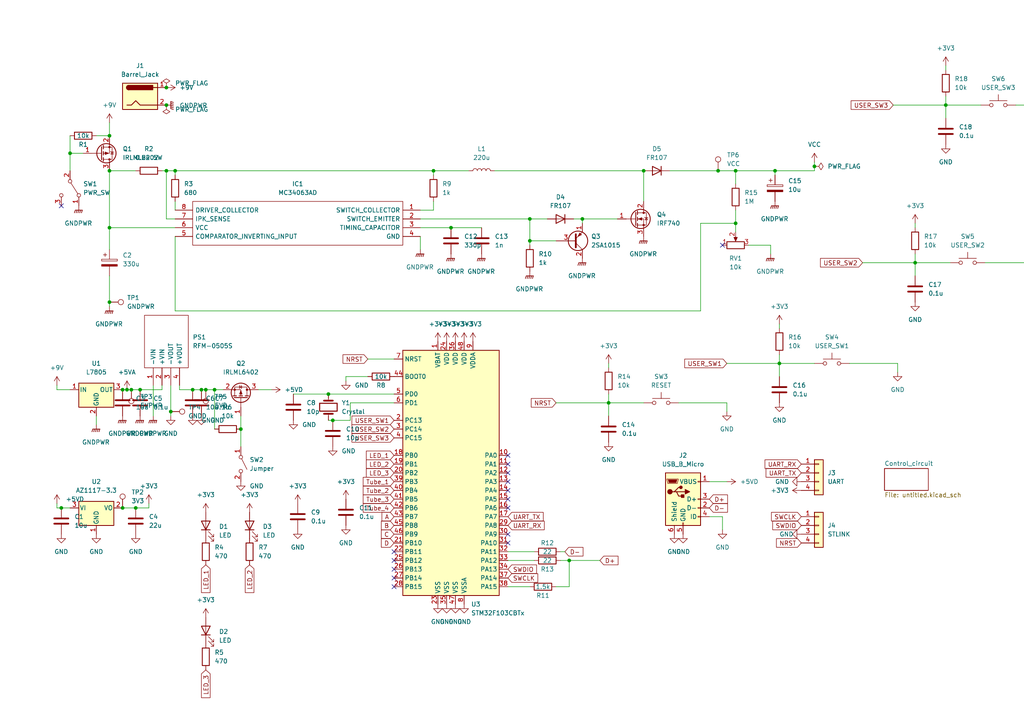
<source format=kicad_sch>
(kicad_sch (version 20211123) (generator eeschema)
  (paper "A4")
  (junction (at 38.1 113.03))
  (junction (at 265.43 76.2))
  (junction (at 35.56 113.03))
  (junction (at 50.8 49.53))
  (junction (at 95.25 114.3))
  (junction (at 48.26 30.48))
  (junction (at 31.75 66.04))
  (junction (at 48.26 49.53))
  (junction (at 48.26 25.4))
  (junction (at 17.78 147.32))
  (junction (at 168.91 63.5))
  (junction (at 36.83 113.03))
  (junction (at 153.67 63.5))
  (junction (at 62.23 113.03))
  (junction (at 226.06 105.41))
  (junction (at 58.42 113.03))
  (junction (at 31.75 87.63))
  (junction (at 213.36 49.53))
  (junction (at 224.79 49.53))
  (junction (at 186.69 49.53))
  (junction (at 55.88 113.03))
  (junction (at 176.53 116.84))
  (junction (at 59.69 113.03))
  (junction (at 130.81 66.04))
  (junction (at 274.32 30.48))
  (junction (at 125.73 49.53))
  (junction (at 236.22 48.26))
  (junction (at 35.56 147.32))
  (junction (at 31.75 39.37))
  (junction (at 165.1 162.56))
  (junction (at 39.37 147.32))
  (junction (at 153.67 69.85))
  (junction (at 20.32 44.45))
  (junction (at 40.64 113.03))
  (junction (at 208.28 49.53))
  (junction (at 213.36 64.77))
  (junction (at 49.53 119.38))
  (junction (at 96.52 121.92))
  (junction (at 69.85 124.46))
  (junction (at 31.75 49.53))
  (no_connect (at 147.32 157.48))
  (no_connect (at 209.55 71.12))
  (no_connect (at 147.32 142.24))
  (no_connect (at 17.78 59.69))
  (no_connect (at 147.32 139.7))
  (no_connect (at 114.3 170.18))
  (no_connect (at 147.32 137.16))
  (no_connect (at 114.3 165.1))
  (no_connect (at 147.32 154.94))
  (no_connect (at 147.32 147.32))
  (no_connect (at 147.32 134.62))
  (no_connect (at 114.3 162.56))
  (no_connect (at 114.3 160.02))
  (no_connect (at 114.3 167.64))
  (no_connect (at 147.32 144.78))
  (no_connect (at 147.32 132.08))
  (wire (pts (xy 166.37 63.5) (xy 168.91 63.5)))
  (wire (pts (xy 20.32 44.45) (xy 20.32 49.53)))
  (wire (pts (xy 210.82 116.84) (xy 210.82 119.38)))
  (wire (pts (xy 100.33 110.49) (xy 100.33 109.22)))
  (wire (pts (xy 130.81 66.04) (xy 139.7 66.04)))
  (wire (pts (xy 161.29 170.18) (xy 165.1 170.18)))
  (wire (pts (xy 35.56 147.32) (xy 39.37 147.32)))
  (wire (pts (xy 85.09 114.3) (xy 95.25 114.3)))
  (wire (pts (xy 20.32 44.45) (xy 24.13 44.45)))
  (wire (pts (xy 16.51 111.76) (xy 16.51 113.03)))
  (wire (pts (xy 186.69 49.53) (xy 186.69 58.42)))
  (wire (pts (xy 50.8 58.42) (xy 50.8 60.96)))
  (wire (pts (xy 226.06 105.41) (xy 236.22 105.41)))
  (wire (pts (xy 165.1 170.18) (xy 165.1 162.56)))
  (wire (pts (xy 35.56 113.03) (xy 36.83 113.03)))
  (wire (pts (xy 48.26 49.53) (xy 46.99 49.53)))
  (wire (pts (xy 143.51 49.53) (xy 186.69 49.53)))
  (wire (pts (xy 43.18 147.32) (xy 43.18 146.05)))
  (wire (pts (xy 246.38 105.41) (xy 260.35 105.41)))
  (wire (pts (xy 194.31 49.53) (xy 208.28 49.53)))
  (wire (pts (xy 226.06 93.98) (xy 226.06 95.25)))
  (wire (pts (xy 31.75 66.04) (xy 50.8 66.04)))
  (wire (pts (xy 50.8 90.17) (xy 203.2 90.17)))
  (wire (pts (xy 213.36 49.53) (xy 224.79 49.53)))
  (wire (pts (xy 259.08 30.48) (xy 274.32 30.48)))
  (wire (pts (xy 20.32 39.37) (xy 20.32 44.45)))
  (wire (pts (xy 161.29 116.84) (xy 176.53 116.84)))
  (wire (pts (xy 69.85 120.65) (xy 69.85 124.46)))
  (wire (pts (xy 50.8 68.58) (xy 50.8 90.17)))
  (wire (pts (xy 153.67 63.5) (xy 158.75 63.5)))
  (wire (pts (xy 96.52 121.92) (xy 101.6 121.92)))
  (wire (pts (xy 121.92 66.04) (xy 130.81 66.04)))
  (wire (pts (xy 250.19 76.2) (xy 265.43 76.2)))
  (wire (pts (xy 36.83 113.03) (xy 38.1 113.03)))
  (wire (pts (xy 224.79 49.53) (xy 236.22 49.53)))
  (wire (pts (xy 58.42 113.03) (xy 59.69 113.03)))
  (wire (pts (xy 52.07 113.03) (xy 55.88 113.03)))
  (wire (pts (xy 205.74 149.86) (xy 209.55 149.86)))
  (wire (pts (xy 223.52 71.12) (xy 223.52 73.66)))
  (wire (pts (xy 265.43 76.2) (xy 265.43 80.01)))
  (wire (pts (xy 168.91 63.5) (xy 168.91 64.77)))
  (wire (pts (xy 62.23 113.03) (xy 62.23 124.46)))
  (wire (pts (xy 162.56 162.56) (xy 165.1 162.56)))
  (wire (pts (xy 147.32 160.02) (xy 154.94 160.02)))
  (wire (pts (xy 213.36 64.77) (xy 213.36 67.31)))
  (wire (pts (xy 39.37 147.32) (xy 43.18 147.32)))
  (wire (pts (xy 213.36 60.96) (xy 213.36 64.77)))
  (wire (pts (xy 285.75 76.2) (xy 299.72 76.2)))
  (wire (pts (xy 203.2 90.17) (xy 203.2 64.77)))
  (wire (pts (xy 274.32 19.05) (xy 274.32 20.32)))
  (wire (pts (xy 16.51 146.05) (xy 16.51 147.32)))
  (wire (pts (xy 274.32 27.94) (xy 274.32 30.48)))
  (wire (pts (xy 203.2 64.77) (xy 213.36 64.77)))
  (wire (pts (xy 226.06 105.41) (xy 226.06 109.22)))
  (wire (pts (xy 125.73 49.53) (xy 135.89 49.53)))
  (wire (pts (xy 209.55 149.86) (xy 209.55 153.67)))
  (wire (pts (xy 165.1 162.56) (xy 173.99 162.56)))
  (wire (pts (xy 147.32 162.56) (xy 154.94 162.56)))
  (wire (pts (xy 31.75 49.53) (xy 39.37 49.53)))
  (wire (pts (xy 31.75 49.53) (xy 31.75 66.04)))
  (wire (pts (xy 95.25 114.3) (xy 114.3 114.3)))
  (wire (pts (xy 16.51 113.03) (xy 20.32 113.03)))
  (wire (pts (xy 176.53 116.84) (xy 186.69 116.84)))
  (wire (pts (xy 101.6 116.84) (xy 114.3 116.84)))
  (wire (pts (xy 44.45 111.76) (xy 44.45 120.65)))
  (wire (pts (xy 176.53 105.41) (xy 176.53 106.68)))
  (wire (pts (xy 31.75 80.01) (xy 31.75 87.63)))
  (wire (pts (xy 308.61 30.48) (xy 308.61 33.02)))
  (wire (pts (xy 125.73 60.96) (xy 125.73 58.42)))
  (wire (pts (xy 31.75 87.63) (xy 31.75 88.9)))
  (wire (pts (xy 299.72 76.2) (xy 299.72 78.74)))
  (wire (pts (xy 196.85 116.84) (xy 210.82 116.84)))
  (wire (pts (xy 147.32 170.18) (xy 153.67 170.18)))
  (wire (pts (xy 265.43 73.66) (xy 265.43 76.2)))
  (wire (pts (xy 294.64 30.48) (xy 308.61 30.48)))
  (wire (pts (xy 62.23 113.03) (xy 64.77 113.03)))
  (wire (pts (xy 52.07 111.76) (xy 52.07 113.03)))
  (wire (pts (xy 106.68 104.14) (xy 114.3 104.14)))
  (wire (pts (xy 236.22 49.53) (xy 236.22 48.26)))
  (wire (pts (xy 50.8 63.5) (xy 48.26 63.5)))
  (wire (pts (xy 176.53 116.84) (xy 176.53 120.65)))
  (wire (pts (xy 168.91 63.5) (xy 179.07 63.5)))
  (wire (pts (xy 101.6 121.92) (xy 101.6 116.84)))
  (wire (pts (xy 31.75 35.56) (xy 31.75 39.37)))
  (wire (pts (xy 224.79 49.53) (xy 224.79 50.8)))
  (wire (pts (xy 236.22 48.26) (xy 236.22 46.99)))
  (wire (pts (xy 46.99 113.03) (xy 46.99 111.76)))
  (wire (pts (xy 31.75 66.04) (xy 31.75 72.39)))
  (wire (pts (xy 55.88 113.03) (xy 58.42 113.03)))
  (wire (pts (xy 121.92 68.58) (xy 121.92 72.39)))
  (wire (pts (xy 153.67 69.85) (xy 161.29 69.85)))
  (wire (pts (xy 40.64 113.03) (xy 46.99 113.03)))
  (wire (pts (xy 260.35 105.41) (xy 260.35 107.95)))
  (wire (pts (xy 69.85 124.46) (xy 69.85 129.54)))
  (wire (pts (xy 74.93 113.03) (xy 78.74 113.03)))
  (wire (pts (xy 27.94 39.37) (xy 31.75 39.37)))
  (wire (pts (xy 95.25 121.92) (xy 96.52 121.92)))
  (wire (pts (xy 50.8 49.53) (xy 125.73 49.53)))
  (wire (pts (xy 59.69 113.03) (xy 62.23 113.03)))
  (wire (pts (xy 213.36 49.53) (xy 213.36 53.34)))
  (wire (pts (xy 274.32 30.48) (xy 274.32 34.29)))
  (wire (pts (xy 153.67 69.85) (xy 153.67 71.12)))
  (wire (pts (xy 265.43 76.2) (xy 275.59 76.2)))
  (wire (pts (xy 38.1 113.03) (xy 40.64 113.03)))
  (wire (pts (xy 50.8 49.53) (xy 50.8 50.8)))
  (wire (pts (xy 226.06 102.87) (xy 226.06 105.41)))
  (wire (pts (xy 17.78 147.32) (xy 20.32 147.32)))
  (wire (pts (xy 210.82 105.41) (xy 226.06 105.41)))
  (wire (pts (xy 153.67 63.5) (xy 153.67 69.85)))
  (wire (pts (xy 48.26 49.53) (xy 50.8 49.53)))
  (wire (pts (xy 125.73 49.53) (xy 125.73 50.8)))
  (wire (pts (xy 176.53 114.3) (xy 176.53 116.84)))
  (wire (pts (xy 208.28 49.53) (xy 213.36 49.53)))
  (wire (pts (xy 205.74 139.7) (xy 210.82 139.7)))
  (wire (pts (xy 27.94 120.65) (xy 27.94 123.19)))
  (wire (pts (xy 274.32 30.48) (xy 284.48 30.48)))
  (wire (pts (xy 16.51 147.32) (xy 17.78 147.32)))
  (wire (pts (xy 121.92 60.96) (xy 125.73 60.96)))
  (wire (pts (xy 162.56 160.02) (xy 163.83 160.02)))
  (wire (pts (xy 265.43 64.77) (xy 265.43 66.04)))
  (wire (pts (xy 49.53 111.76) (xy 49.53 119.38)))
  (wire (pts (xy 49.53 119.38) (xy 49.53 120.65)))
  (wire (pts (xy 100.33 109.22) (xy 106.68 109.22)))
  (wire (pts (xy 217.17 71.12) (xy 223.52 71.12)))
  (wire (pts (xy 121.92 63.5) (xy 153.67 63.5)))
  (wire (pts (xy 48.26 63.5) (xy 48.26 49.53)))
  (global_label "Tube_3" (shape input) (at 114.3 144.78 180) (property "Intersheet References" "${INTERSHEET_REFS}" (effects hide)))
  (global_label "NRST" (shape input) (at 161.29 116.84 180) (property "Intersheet References" "${INTERSHEET_REFS}" (effects hide)))
  (global_label "D-" (shape input) (at 205.74 147.32 0) (property "Intersheet References" "${INTERSHEET_REFS}" (effects hide)))
  (global_label "USER_SW3" (shape input) (at 259.08 30.48 180) (property "Intersheet References" "${INTERSHEET_REFS}" (effects hide)))
  (global_label "NRST" (shape input) (at 106.68 104.14 180) (property "Intersheet References" "${INTERSHEET_REFS}" (effects hide)))
  (global_label "NRST" (shape input) (at 232.41 157.48 180) (property "Intersheet References" "${INTERSHEET_REFS}" (effects hide)))
  (global_label "LED_2" (shape input) (at 72.39 163.83 270) (property "Intersheet References" "${INTERSHEET_REFS}" (effects hide)))
  (global_label "SWDIO" (shape input) (at 232.41 152.4 180) (property "Intersheet References" "${INTERSHEET_REFS}" (effects hide)))
  (global_label "UART_TX" (shape input) (at 232.41 137.16 180) (property "Intersheet References" "${INTERSHEET_REFS}" (effects hide)))
  (global_label "SWCLK" (shape input) (at 232.41 149.86 180) (property "Intersheet References" "${INTERSHEET_REFS}" (effects hide)))
  (global_label "USER_SW2" (shape input) (at 114.3 124.46 180) (property "Intersheet References" "${INTERSHEET_REFS}" (effects hide)))
  (global_label "A" (shape input) (at 114.3 149.86 180) (property "Intersheet References" "${INTERSHEET_REFS}" (effects hide)))
  (global_label "LED_1" (shape input) (at 59.69 163.83 270) (property "Intersheet References" "${INTERSHEET_REFS}" (effects hide)))
  (global_label "SWCLK" (shape input) (at 147.32 167.64 0) (property "Intersheet References" "${INTERSHEET_REFS}" (effects hide)))
  (global_label "SWDIO" (shape input) (at 147.32 165.1 0) (property "Intersheet References" "${INTERSHEET_REFS}" (effects hide)))
  (global_label "C" (shape input) (at 114.3 154.94 180) (property "Intersheet References" "${INTERSHEET_REFS}" (effects hide)))
  (global_label "Tube_4" (shape input) (at 114.3 147.32 180) (property "Intersheet References" "${INTERSHEET_REFS}" (effects hide)))
  (global_label "USER_SW1" (shape input) (at 114.3 121.92 180) (property "Intersheet References" "${INTERSHEET_REFS}" (effects hide)))
  (global_label "D-" (shape input) (at 163.83 160.02 0) (property "Intersheet References" "${INTERSHEET_REFS}" (effects hide)))
  (global_label "USER_SW3" (shape input) (at 114.3 127 180) (property "Intersheet References" "${INTERSHEET_REFS}" (effects hide)))
  (global_label "UART_RX" (shape input) (at 147.32 152.4 0) (property "Intersheet References" "${INTERSHEET_REFS}" (effects hide)))
  (global_label "LED_3" (shape input) (at 114.3 137.16 180) (property "Intersheet References" "${INTERSHEET_REFS}" (effects hide)))
  (global_label "USER_SW1" (shape input) (at 210.82 105.41 180) (property "Intersheet References" "${INTERSHEET_REFS}" (effects hide)))
  (global_label "LED_2" (shape input) (at 114.3 134.62 180) (property "Intersheet References" "${INTERSHEET_REFS}" (effects hide)))
  (global_label "D+" (shape input) (at 205.74 144.78 0) (property "Intersheet References" "${INTERSHEET_REFS}" (effects hide)))
  (global_label "LED_3" (shape input) (at 59.69 194.31 270) (property "Intersheet References" "${INTERSHEET_REFS}" (effects hide)))
  (global_label "USER_SW2" (shape input) (at 250.19 76.2 180) (property "Intersheet References" "${INTERSHEET_REFS}" (effects hide)))
  (global_label "UART_TX" (shape input) (at 147.32 149.86 0) (property "Intersheet References" "${INTERSHEET_REFS}" (effects hide)))
  (global_label "Tube_1" (shape input) (at 114.3 139.7 180) (property "Intersheet References" "${INTERSHEET_REFS}" (effects hide)))
  (global_label "UART_RX" (shape input) (at 232.41 134.62 180) (property "Intersheet References" "${INTERSHEET_REFS}" (effects hide)))
  (global_label "D" (shape input) (at 114.3 157.48 180) (property "Intersheet References" "${INTERSHEET_REFS}" (effects hide)))
  (global_label "B" (shape input) (at 114.3 152.4 180) (property "Intersheet References" "${INTERSHEET_REFS}" (effects hide)))
  (global_label "D+" (shape input) (at 173.99 162.56 0) (property "Intersheet References" "${INTERSHEET_REFS}" (effects hide)))
  (global_label "Tube_2" (shape input) (at 114.3 142.24 180) (property "Intersheet References" "${INTERSHEET_REFS}" (effects hide)))
  (global_label "LED_1" (shape input) (at 114.3 132.08 180) (property "Intersheet References" "${INTERSHEET_REFS}" (effects hide)))
  (symbol (lib_id "Device:R_Potentiometer") (at 213.36 71.12 90) (unit 1)
    (property "Reference" "RV1" (at 213.36 74.93 90))
    (property "Value" "10k" (at 213.36 77.47 90))
    (property "Footprint" "3362P:3362P_1" (effects hide))
  )
  (symbol (lib_id "power:GND") (at 27.94 154.94 0) (unit 1)
    (property "Reference" "#PWR06" (effects hide))
    (property "Value" "GND" (at 27.94 160.02 0))
  )
  (symbol (lib_id "power:+3V3") (at 226.06 93.98 0) (unit 1)
    (property "Reference" "#PWR056" (effects hide))
    (property "Value" "+3V3" (at 226.06 88.9 0))
  )
  (symbol (lib_id "Device:C_Polarized") (at 31.75 76.2 0) (unit 1)
    (property "Reference" "C2" (at 35.56 74.0409 0) (effects (justify left)))
    (property "Value" "330u" (at 35.56 76.5809 0) (effects (justify left)))
    (property "Footprint" "Capacitor_THT:CP_Radial_D10.0mm_P3.50mm" (effects hide))
  )
  (symbol (lib_id "Device:R") (at 157.48 170.18 90) (unit 1)
    (property "Reference" "R11" (at 157.48 172.72 90))
    (property "Value" "1.5k" (at 157.48 170.18 90))
    (property "Footprint" "Resistor_SMD:R_0603_1608Metric_Pad0.98x0.95mm_HandSolder" (effects hide))
  )
  (symbol (lib_id "power:GND") (at 265.43 87.63 0) (unit 1)
    (property "Reference" "#PWR064" (effects hide))
    (property "Value" "GND" (at 265.43 92.71 0))
  )
  (symbol (lib_id "MC34063AD:MC34063AD") (at 121.92 60.96 0) (mirror y) (unit 1)
    (property "Reference" "IC1" (at 86.36 53.34 0))
    (property "Value" "MC34063AD" (at 86.36 55.88 0))
    (property "Footprint" "MC34063AD:SOIC127P600X175-8N" (effects hide))
    (property "Datasheet" "http://www.onsemi.com/pub/Collateral/MC34063A-D.PDF" (effects hide))
    (property "Description" "Step up/down converter,MC34063AD 98pcs" (effects hide))
    (property "Height" "1.75" (effects hide))
    (property "Manufacturer_Name" "onsemi" (effects hide))
    (property "Manufacturer_Part_Number" "MC34063AD" (effects hide))
    (property "Mouser Part Number" "512-MC34063AD" (effects hide))
    (property "Mouser Price/Stock" "http://www.mouser.com/Search/ProductDetail.aspx?qs=qJQOsIEC8WHIuBHtgH5ZSQ%3d%3d" (effects hide))
    (property "Arrow Part Number" "MC34063AD" (effects hide))
    (property "Arrow Price/Stock" "https://www.arrow.com/en/products/mc34063ad/on-semiconductor" (effects hide))
  )
  (symbol (lib_id "power:GND") (at 198.12 154.94 0) (unit 1)
    (property "Reference" "#PWR050" (effects hide))
    (property "Value" "GND" (at 198.12 160.02 0))
  )
  (symbol (lib_id "Connector:TestPoint") (at 208.28 49.53 0) (unit 1)
    (property "Reference" "TP6" (at 210.82 44.9579 0) (effects (justify left)))
    (property "Value" "VCC" (at 210.82 47.4979 0) (effects (justify left)))
    (property "Footprint" "TestPoint:TestPoint_THTPad_D2.5mm_Drill1.2mm" (effects hide))
  )
  (symbol (lib_id "Switch:SW_Push") (at 289.56 30.48 0) (unit 1)
    (property "Reference" "SW6" (at 289.56 22.86 0))
    (property "Value" "USER_SW3" (at 289.56 25.4 0))
    (property "Footprint" "Button_Switch_SMD:SW_SPST_EVQP2" (effects hide))
  )
  (symbol (lib_id "Device:R") (at 59.69 160.02 0) (unit 1)
    (property "Reference" "R4" (at 62.23 158.7499 0) (effects (justify left)))
    (property "Value" "470" (at 62.23 161.2899 0) (effects (justify left)))
    (property "Footprint" "Resistor_SMD:R_0603_1608Metric_Pad0.98x0.95mm_HandSolder" (effects hide))
  )
  (symbol (lib_id "power:PWR_FLAG") (at 48.26 30.48 180) (unit 1)
    (property "Reference" "#FLG02" (effects hide))
    (property "Value" "PWR_FLAG" (at 50.8 31.7499 0) (effects (justify right)))
  )
  (symbol (lib_id "power:VCC") (at 236.22 46.99 0) (unit 1)
    (property "Reference" "#PWR061" (effects hide))
    (property "Value" "VCC" (at 236.22 41.91 0))
  )
  (symbol (lib_id "power:GND") (at 134.62 175.26 0) (unit 1)
    (property "Reference" "#PWR041" (effects hide))
    (property "Value" "GND" (at 134.62 180.34 0))
  )
  (symbol (lib_id "Connector_Generic:Conn_01x04") (at 237.49 137.16 0) (unit 1)
    (property "Reference" "J3" (at 240.03 137.1599 0) (effects (justify left)))
    (property "Value" "UART" (at 240.03 139.6999 0) (effects (justify left)))
    (property "Footprint" "Connector_JST:JST_SH_BM04B-SRSS-TB_1x04-1MP_P1.00mm_Vertical" (effects hide))
  )
  (symbol (lib_id "Device:C") (at 55.88 116.84 0) (unit 1)
    (property "Reference" "C6" (at 59.69 115.5699 0) (effects (justify left)))
    (property "Value" "10u" (at 59.69 118.1099 0) (effects (justify left)))
    (property "Footprint" "Capacitor_SMD:C_0603_1608Metric_Pad1.08x0.95mm_HandSolder" (effects hide))
  )
  (symbol (lib_id "power:GND") (at 100.33 152.4 0) (unit 1)
    (property "Reference" "#PWR031" (effects hide))
    (property "Value" "GND" (at 100.33 157.48 0))
  )
  (symbol (lib_id "power:GNDPWR") (at 27.94 123.19 0) (unit 1)
    (property "Reference" "#PWR05" (effects hide))
    (property "Value" "GNDPWR" (at 27.813 128.27 0))
  )
  (symbol (lib_id "Switch:SW_SPST") (at 69.85 134.62 270) (unit 1)
    (property "Reference" "SW2" (at 72.39 133.3499 90) (effects (justify left)))
    (property "Value" "Jumper" (at 72.39 135.8899 90) (effects (justify left)))
    (property "Footprint" "Connector_PinHeader_2.54mm:PinHeader_1x02_P2.54mm_Vertical" (effects hide))
  )
  (symbol (lib_id "MCU_ST_STM32F1:STM32F103CBTx") (at 132.08 137.16 0) (unit 1)
    (property "Reference" "U3" (at 136.6394 175.26 0) (effects (justify left)))
    (property "Value" "STM32F103CBTx" (at 136.6394 177.8 0) (effects (justify left)))
    (property "Footprint" "Package_QFP:LQFP-48_7x7mm_P0.5mm" (effects hide))
    (property "Datasheet" "http://www.st.com/st-web-ui/static/active/en/resource/technical/document/datasheet/CD00161566.pdf" (effects hide))
  )
  (symbol (lib_id "power:+3V3") (at 137.16 99.06 0) (unit 1)
    (property "Reference" "#PWR042" (effects hide))
    (property "Value" "+3V3" (at 137.16 93.98 0))
  )
  (symbol (lib_id "Device:R") (at 43.18 49.53 90) (unit 1)
    (property "Reference" "R2" (at 43.18 43.18 90))
    (property "Value" "0.22 5W" (at 43.18 45.72 90))
    (property "Footprint" "SMW5R22JT:RESM17073X710N" (effects hide))
  )
  (symbol (lib_id "power:+3V3") (at 132.08 99.06 0) (unit 1)
    (property "Reference" "#PWR038" (effects hide))
    (property "Value" "+3V3" (at 132.08 93.98 0))
  )
  (symbol (lib_id "power:GNDPWR") (at 223.52 73.66 0) (unit 1)
    (property "Reference" "#PWR054" (effects hide))
    (property "Value" "GNDPWR" (at 223.393 78.74 0))
  )
  (symbol (lib_id "Device:R") (at 125.73 54.61 0) (unit 1)
    (property "Reference" "R9" (at 128.27 53.3399 0) (effects (justify left)))
    (property "Value" "1k" (at 128.27 55.8799 0) (effects (justify left)))
    (property "Footprint" "Resistor_SMD:R_0603_1608Metric_Pad0.98x0.95mm_HandSolder" (effects hide))
  )
  (symbol (lib_id "power:+3V3") (at 176.53 105.41 0) (unit 1)
    (property "Reference" "#PWR046" (effects hide))
    (property "Value" "+3V3" (at 176.53 100.33 0))
  )
  (symbol (lib_id "Device:R") (at 274.32 24.13 0) (unit 1)
    (property "Reference" "R18" (at 276.86 22.8599 0) (effects (justify left)))
    (property "Value" "10k" (at 276.86 25.3999 0) (effects (justify left)))
    (property "Footprint" "Resistor_SMD:R_0603_1608Metric_Pad0.98x0.95mm_HandSolder" (effects hide))
  )
  (symbol (lib_id "power:GND") (at 176.53 128.27 0) (unit 1)
    (property "Reference" "#PWR047" (effects hide))
    (property "Value" "GND" (at 176.53 133.35 0))
  )
  (symbol (lib_id "Device:R") (at 153.67 74.93 0) (unit 1)
    (property "Reference" "R10" (at 156.21 73.6599 0) (effects (justify left)))
    (property "Value" "1k" (at 156.21 76.1999 0) (effects (justify left)))
    (property "Footprint" "Resistor_SMD:R_0603_1608Metric_Pad0.98x0.95mm_HandSolder" (effects hide))
  )
  (symbol (lib_id "power:GND") (at 96.52 129.54 0) (unit 1)
    (property "Reference" "#PWR028" (effects hide))
    (property "Value" "GND" (at 99.06 130.8099 0) (effects (justify left)))
  )
  (symbol (lib_id "Device:C") (at 130.81 69.85 0) (unit 1)
    (property "Reference" "C12" (at 134.62 68.5799 0) (effects (justify left)))
    (property "Value" "330p" (at 134.62 71.1199 0) (effects (justify left)))
    (property "Footprint" "Capacitor_SMD:C_0603_1608Metric_Pad1.08x0.95mm_HandSolder" (effects hide))
  )
  (symbol (lib_id "power:+3V3") (at 127 99.06 0) (unit 1)
    (property "Reference" "#PWR033" (effects hide))
    (property "Value" "+3V3" (at 127 93.98 0))
  )
  (symbol (lib_id "Device:Q_PNP_ECB") (at 166.37 69.85 0) (mirror x) (unit 1)
    (property "Reference" "Q3" (at 171.45 68.5799 0) (effects (justify left)))
    (property "Value" "2SA1015" (at 171.45 71.1199 0) (effects (justify left)))
    (property "Footprint" "Package_TO_SOT_THT:TO-92" (effects hide))
  )
  (symbol (lib_id "Switch:SW_Push") (at 191.77 116.84 0) (unit 1)
    (property "Reference" "SW3" (at 191.77 109.22 0))
    (property "Value" "RESET" (at 191.77 111.76 0))
    (property "Footprint" "Button_Switch_SMD:SW_SPST_EVQP2" (effects hide))
  )
  (symbol (lib_id "power:GNDPWR") (at 35.56 120.65 0) (unit 1)
    (property "Reference" "#PWR09" (effects hide))
    (property "Value" "GNDPWR" (at 35.433 125.73 0))
  )
  (symbol (lib_id "Device:R") (at 59.69 190.5 0) (unit 1)
    (property "Reference" "R5" (at 62.23 189.2299 0) (effects (justify left)))
    (property "Value" "470" (at 62.23 191.7699 0) (effects (justify left)))
    (property "Footprint" "Resistor_SMD:R_0603_1608Metric_Pad0.98x0.95mm_HandSolder" (effects hide))
  )
  (symbol (lib_id "power:+3V3") (at 134.62 99.06 0) (unit 1)
    (property "Reference" "#PWR040" (effects hide))
    (property "Value" "+3V3" (at 134.62 93.98 0))
  )
  (symbol (lib_id "Connector:TestPoint") (at 49.53 119.38 270) (unit 1)
    (property "Reference" "TP4" (at 54.61 118.1099 90) (effects (justify left)))
    (property "Value" "GNDD" (at 54.61 120.6499 90) (effects (justify left)))
    (property "Footprint" "TestPoint:TestPoint_THTPad_D2.5mm_Drill1.2mm" (effects hide))
  )
  (symbol (lib_id "power:GNDPWR") (at 31.75 88.9 0) (unit 1)
    (property "Reference" "#PWR08" (effects hide))
    (property "Value" "GNDPWR" (at 31.623 93.98 0))
  )
  (symbol (lib_id "Connector:Barrel_Jack") (at 40.64 27.94 0) (unit 1)
    (property "Reference" "J1" (at 40.64 19.05 0))
    (property "Value" "Barrel_Jack" (at 40.64 21.59 0))
    (property "Footprint" "Connector_BarrelJack:BarrelJack_Horizontal" (effects hide))
  )
  (symbol (lib_id "Device:LED") (at 59.69 152.4 90) (unit 1)
    (property "Reference" "D1" (at 63.5 152.7174 90) (effects (justify right)))
    (property "Value" "LED" (at 63.5 155.2574 90) (effects (justify right)))
    (property "Footprint" "LED_SMD:LED_0603_1608Metric_Pad1.05x0.95mm_HandSolder" (effects hide))
  )
  (symbol (lib_id "power:GND") (at 85.09 121.92 0) (unit 1)
    (property "Reference" "#PWR025" (effects hide))
    (property "Value" "GND" (at 87.63 123.1899 0) (effects (justify left)))
  )
  (symbol (lib_id "Device:C") (at 274.32 38.1 0) (unit 1)
    (property "Reference" "C18" (at 278.13 36.8299 0) (effects (justify left)))
    (property "Value" "0.1u" (at 278.13 39.3699 0) (effects (justify left)))
    (property "Footprint" "Capacitor_SMD:C_0603_1608Metric_Pad1.08x0.95mm_HandSolder" (effects hide))
  )
  (symbol (lib_id "Device:D") (at 190.5 49.53 180) (unit 1)
    (property "Reference" "D5" (at 190.5 43.18 0))
    (property "Value" "FR107" (at 190.5 45.72 0))
    (property "Footprint" "Diode_THT:D_DO-41_SOD81_P7.62mm_Horizontal" (effects hide))
  )
  (symbol (lib_id "power:+3V3") (at 274.32 19.05 0) (unit 1)
    (property "Reference" "#PWR065" (effects hide))
    (property "Value" "+3V3" (at 274.32 13.97 0))
  )
  (symbol (lib_id "power:+3V3") (at 265.43 64.77 0) (unit 1)
    (property "Reference" "#PWR063" (effects hide))
    (property "Value" "+3V3" (at 265.43 59.69 0))
  )
  (symbol (lib_id "Switch:SW_Push") (at 280.67 76.2 0) (unit 1)
    (property "Reference" "SW5" (at 280.67 68.58 0))
    (property "Value" "USER_SW2" (at 280.67 71.12 0))
    (property "Footprint" "Button_Switch_SMD:SW_SPST_EVQP2" (effects hide))
  )
  (symbol (lib_id "Connector:TestPoint") (at 35.56 147.32 0) (unit 1)
    (property "Reference" "TP2" (at 38.1 142.7479 0) (effects (justify left)))
    (property "Value" "3V3" (at 38.1 145.2879 0) (effects (justify left)))
    (property "Footprint" "TestPoint:TestPoint_THTPad_D2.5mm_Drill1.2mm" (effects hide))
  )
  (symbol (lib_id "power:GND") (at 132.08 175.26 0) (unit 1)
    (property "Reference" "#PWR039" (effects hide))
    (property "Value" "GND" (at 132.08 180.34 0))
  )
  (symbol (lib_id "power:GND") (at 86.36 153.67 0) (unit 1)
    (property "Reference" "#PWR027" (effects hide))
    (property "Value" "GND" (at 86.36 158.75 0))
  )
  (symbol (lib_id "Device:C") (at 85.09 118.11 0) (unit 1)
    (property "Reference" "C8" (at 88.9 116.8399 0) (effects (justify left)))
    (property "Value" "10p" (at 88.9 119.3799 0) (effects (justify left)))
    (property "Footprint" "Capacitor_SMD:C_0603_1608Metric_Pad1.08x0.95mm_HandSolder" (effects hide))
  )
  (symbol (lib_id "Device:R") (at 213.36 57.15 0) (unit 1)
    (property "Reference" "R15" (at 215.9 55.8799 0) (effects (justify left)))
    (property "Value" "1M" (at 215.9 58.4199 0) (effects (justify left)))
    (property "Footprint" "Resistor_SMD:R_0603_1608Metric_Pad0.98x0.95mm_HandSolder" (effects hide))
  )
  (symbol (lib_id "Transistor_FET:IRLML6402") (at 69.85 115.57 270) (mirror x) (unit 1)
    (property "Reference" "Q2" (at 69.85 105.41 90))
    (property "Value" "IRLML6402" (at 69.85 107.95 90))
    (property "Footprint" "Package_TO_SOT_SMD:SOT-23" (effects hide))
    (property "Datasheet" "https://www.infineon.com/dgdl/irlml6402pbf.pdf?fileId=5546d462533600a401535668d5c2263c" (effects hide))
  )
  (symbol (lib_id "Device:R") (at 72.39 160.02 0) (unit 1)
    (property "Reference" "R7" (at 74.93 158.7499 0) (effects (justify left)))
    (property "Value" "470" (at 74.93 161.2899 0) (effects (justify left)))
    (property "Footprint" "Resistor_SMD:R_0603_1608Metric_Pad0.98x0.95mm_HandSolder" (effects hide))
  )
  (symbol (lib_id "power:GND") (at 100.33 110.49 0) (unit 1)
    (property "Reference" "#PWR029" (effects hide))
    (property "Value" "GND" (at 102.87 111.7599 0) (effects (justify left)))
  )
  (symbol (lib_id "power:GND") (at 58.42 120.65 0) (unit 1)
    (property "Reference" "#PWR019" (effects hide))
    (property "Value" "GND" (at 60.96 121.9199 0) (effects (justify left)))
  )
  (symbol (lib_id "power:GND") (at 232.41 139.7 270) (unit 1)
    (property "Reference" "#PWR058" (effects hide))
    (property "Value" "GND" (at 224.79 139.7 90) (effects (justify left)))
  )
  (symbol (lib_id "Connector:TestPoint") (at 31.75 87.63 270) (unit 1)
    (property "Reference" "TP1" (at 36.83 86.3599 90) (effects (justify left)))
    (property "Value" "GNDPWR" (at 36.83 88.8999 90) (effects (justify left)))
    (property "Footprint" "TestPoint:TestPoint_THTPad_D2.5mm_Drill1.2mm" (effects hide))
  )
  (symbol (lib_id "power:GNDPWR") (at 139.7 73.66 0) (unit 1)
    (property "Reference" "#PWR043" (effects hide))
    (property "Value" "GNDPWR" (at 139.573 78.74 0))
  )
  (symbol (lib_id "Device:C") (at 100.33 148.59 0) (unit 1)
    (property "Reference" "C11" (at 104.14 147.3199 0) (effects (justify left)))
    (property "Value" "0.1u" (at 104.14 149.8599 0) (effects (justify left)))
    (property "Footprint" "Capacitor_SMD:C_0603_1608Metric_Pad1.08x0.95mm_HandSolder" (effects hide))
  )
  (symbol (lib_id "power:+3V3") (at 59.69 148.59 0) (unit 1)
    (property "Reference" "#PWR020" (effects hide))
    (property "Value" "+3V3" (at 59.69 143.51 0))
  )
  (symbol (lib_id "Device:C") (at 58.42 116.84 0) (unit 1)
    (property "Reference" "C7" (at 62.23 115.5699 0) (effects (justify left)))
    (property "Value" "0.1u" (at 62.23 118.1099 0) (effects (justify left)))
    (property "Footprint" "Capacitor_SMD:C_0603_1608Metric_Pad1.08x0.95mm_HandSolder" (effects hide))
  )
  (symbol (lib_id "Device:Crystal") (at 95.25 118.11 270) (unit 1)
    (property "Reference" "Y1" (at 99.06 116.8399 90) (effects (justify left)))
    (property "Value" "Crystal" (at 99.06 119.3799 90) (effects (justify left)))
    (property "Footprint" "Crystal:Crystal_SMD_SeikoEpson_MA505-2Pin_12.7x5.1mm_HandSoldering" (effects hide))
  )
  (symbol (lib_id "power:GND") (at 210.82 119.38 0) (unit 1)
    (property "Reference" "#PWR052" (effects hide))
    (property "Value" "GND" (at 210.82 124.46 0))
  )
  (symbol (lib_id "power:GND") (at 17.78 154.94 0) (unit 1)
    (property "Reference" "#PWR03" (effects hide))
    (property "Value" "GND" (at 17.78 160.02 0))
  )
  (symbol (lib_id "power:+5VD") (at 16.51 146.05 0) (unit 1)
    (property "Reference" "#PWR02" (effects hide))
    (property "Value" "+5VD" (at 19.05 144.7799 0) (effects (justify left)))
  )
  (symbol (lib_id "Device:C") (at 40.64 116.84 0) (unit 1)
    (property "Reference" "C5" (at 44.45 115.5699 0) (effects (justify left)))
    (property "Value" "0.1u" (at 44.45 118.1099 0) (effects (justify left)))
    (property "Footprint" "Capacitor_SMD:C_0603_1608Metric_Pad1.08x0.95mm_HandSolder" (effects hide))
  )
  (symbol (lib_id "power:GNDPWR") (at 224.79 58.42 0) (unit 1)
    (property "Reference" "#PWR055" (effects hide))
    (property "Value" "GNDPWR" (at 224.663 63.5 0))
  )
  (symbol (lib_id "power:+3V3") (at 86.36 146.05 0) (unit 1)
    (property "Reference" "#PWR026" (effects hide))
    (property "Value" "+3V3" (at 86.36 140.97 0))
  )
  (symbol (lib_id "power:GND") (at 39.37 154.94 0) (unit 1)
    (property "Reference" "#PWR011" (effects hide))
    (property "Value" "GND" (at 39.37 160.02 0))
  )
  (symbol (lib_id "Device:L") (at 139.7 49.53 90) (unit 1)
    (property "Reference" "L1" (at 139.7 43.18 90))
    (property "Value" "220u" (at 139.7 45.72 90))
    (property "Footprint" "Inductor_THT:L_Toroid_Horizontal_D24.1mm_P21.80mm_Bourns_2200" (effects hide))
  )
  (symbol (lib_id "Device:LED") (at 59.69 182.88 90) (unit 1)
    (property "Reference" "D2" (at 63.5 183.1974 90) (effects (justify right)))
    (property "Value" "LED" (at 63.5 185.7374 90) (effects (justify right)))
    (property "Footprint" "LED_SMD:LED_0603_1608Metric_Pad1.05x0.95mm_HandSolder" (effects hide))
  )
  (symbol (lib_id "power:GND") (at 209.55 153.67 0) (unit 1)
    (property "Reference" "#PWR051" (effects hide))
    (property "Value" "GND" (at 209.55 158.75 0))
  )
  (symbol (lib_id "power:+9V") (at 16.51 111.76 0) (unit 1)
    (property "Reference" "#PWR01" (effects hide))
    (property "Value" "+9V" (at 16.51 106.68 0))
  )
  (symbol (lib_id "Device:R") (at 265.43 69.85 0) (unit 1)
    (property "Reference" "R17" (at 267.97 68.5799 0) (effects (justify left)))
    (property "Value" "10k" (at 267.97 71.1199 0) (effects (justify left)))
    (property "Footprint" "Resistor_SMD:R_0603_1608Metric_Pad0.98x0.95mm_HandSolder" (effects hide))
  )
  (symbol (lib_id "Device:C") (at 96.52 125.73 0) (unit 1)
    (property "Reference" "C10" (at 100.33 124.4599 0) (effects (justify left)))
    (property "Value" "10p" (at 100.33 126.9999 0) (effects (justify left)))
    (property "Footprint" "Capacitor_SMD:C_0603_1608Metric_Pad1.08x0.95mm_HandSolder" (effects hide))
  )
  (symbol (lib_id "power:GND") (at 127 175.26 0) (unit 1)
    (property "Reference" "#PWR034" (effects hide))
    (property "Value" "GND" (at 127 180.34 0))
  )
  (symbol (lib_id "power:GND") (at 274.32 41.91 0) (unit 1)
    (property "Reference" "#PWR066" (effects hide))
    (property "Value" "GND" (at 274.32 46.99 0))
  )
  (symbol (lib_id "power:+5VD") (at 210.82 139.7 270) (unit 1)
    (property "Reference" "#PWR053" (effects hide))
    (property "Value" "+5VD" (at 214.63 139.6999 90) (effects (justify left)))
  )
  (symbol (lib_id "power:GNDPWR") (at 121.92 72.39 0) (unit 1)
    (property "Reference" "#PWR032" (effects hide))
    (property "Value" "GNDPWR" (at 121.793 77.47 0))
  )
  (symbol (lib_id "power:GNDPWR") (at 153.67 78.74 0) (unit 1)
    (property "Reference" "#PWR044" (effects hide))
    (property "Value" "GNDPWR" (at 153.543 83.82 0))
  )
  (symbol (lib_id "power:GND") (at 69.85 139.7 0) (unit 1)
    (property "Reference" "#PWR022" (effects hide))
    (property "Value" "GND" (at 72.39 140.9699 0) (effects (justify left)))
  )
  (symbol (lib_id "Device:C") (at 86.36 149.86 0) (unit 1)
    (property "Reference" "C9" (at 90.17 148.5899 0) (effects (justify left)))
    (property "Value" "0.1u" (at 90.17 151.1299 0) (effects (justify left)))
    (property "Footprint" "Capacitor_SMD:C_0603_1608Metric_Pad1.08x0.95mm_HandSolder" (effects hide))
  )
  (symbol (lib_id "power:+3V3") (at 232.41 142.24 90) (unit 1)
    (property "Reference" "#PWR059" (effects hide))
    (property "Value" "+3V3" (at 223.52 142.24 90) (effects (justify right)))
  )
  (symbol (lib_id "Device:R") (at 158.75 162.56 90) (unit 1)
    (property "Reference" "R13" (at 158.75 165.1 90))
    (property "Value" "22" (at 158.75 162.56 90))
    (property "Footprint" "Resistor_SMD:R_0603_1608Metric_Pad0.98x0.95mm_HandSolder" (effects hide))
  )
  (symbol (lib_id "Transistor_FET:IRF740") (at 184.15 63.5 0) (unit 1)
    (property "Reference" "Q4" (at 190.5 62.2299 0) (effects (justify left)))
    (property "Value" "IRF740" (at 190.5 64.7699 0) (effects (justify left)))
    (property "Footprint" "Package_TO_SOT_THT:TO-220-3_Vertical" (effects hide))
    (property "Datasheet" "http://www.vishay.com/docs/91054/91054.pdf" (effects hide))
  )
  (symbol (lib_id "Device:R") (at 50.8 54.61 0) (unit 1)
    (property "Reference" "R3" (at 53.34 53.3399 0) (effects (justify left)))
    (property "Value" "680" (at 53.34 55.8799 0) (effects (justify left)))
    (property "Footprint" "Resistor_SMD:R_0603_1608Metric_Pad0.98x0.95mm_HandSolder" (effects hide))
  )
  (symbol (lib_id "Device:D") (at 162.56 63.5 180) (unit 1)
    (property "Reference" "D4" (at 162.56 57.15 0))
    (property "Value" "FR107" (at 162.56 59.69 0))
    (property "Footprint" "Diode_THT:D_DO-41_SOD81_P7.62mm_Horizontal" (effects hide))
  )
  (symbol (lib_id "power:+5VA") (at 36.83 113.03 0) (unit 1)
    (property "Reference" "#PWR010" (effects hide))
    (property "Value" "+5VA" (at 36.83 107.95 0))
  )
  (symbol (lib_id "power:GND") (at 232.41 154.94 270) (unit 1)
    (property "Reference" "#PWR060" (effects hide))
    (property "Value" "GND" (at 226.06 154.94 90) (effects (justify left)))
  )
  (symbol (lib_id "power:+9V") (at 48.26 25.4 270) (unit 1)
    (property "Reference" "#PWR015" (effects hide))
    (property "Value" "+9V" (at 52.07 25.3999 90) (effects (justify left)))
  )
  (symbol (lib_id "Switch:SW_SPDT") (at 20.32 54.61 270) (unit 1)
    (property "Reference" "SW1" (at 24.13 53.3399 90) (effects (justify left)))
    (property "Value" "PWR_SW" (at 24.13 55.8799 90) (effects (justify left)))
    (property "Footprint" "Connector_PinHeader_2.54mm:PinHeader_1x03_P2.54mm_Vertical" (effects hide))
  )
  (symbol (lib_id "Device:C") (at 226.06 113.03 0) (unit 1)
    (property "Reference" "C16" (at 229.87 111.7599 0) (effects (justify left)))
    (property "Value" "0.1u" (at 229.87 114.2999 0) (effects (justify left)))
    (property "Footprint" "Capacitor_SMD:C_0603_1608Metric_Pad1.08x0.95mm_HandSolder" (effects hide))
  )
  (symbol (lib_id "Device:C") (at 265.43 83.82 0) (unit 1)
    (property "Reference" "C17" (at 269.24 82.5499 0) (effects (justify left)))
    (property "Value" "0.1u" (at 269.24 85.0899 0) (effects (justify left)))
    (property "Footprint" "Capacitor_SMD:C_0603_1608Metric_Pad1.08x0.95mm_HandSolder" (effects hide))
  )
  (symbol (lib_id "power:GND") (at 308.61 33.02 0) (unit 1)
    (property "Reference" "#PWR068" (effects hide))
    (property "Value" "GND" (at 308.61 38.1 0))
  )
  (symbol (lib_id "Device:LED") (at 72.39 152.4 90) (unit 1)
    (property "Reference" "D3" (at 76.2 152.7174 90) (effects (justify right)))
    (property "Value" "LED" (at 76.2 155.2574 90) (effects (justify right)))
    (property "Footprint" "LED_SMD:LED_0603_1608Metric_Pad1.05x0.95mm_HandSolder" (effects hide))
  )
  (symbol (lib_id "power:+3V3") (at 100.33 144.78 0) (unit 1)
    (property "Reference" "#PWR030" (effects hide))
    (property "Value" "+3V3" (at 100.33 139.7 0))
  )
  (symbol (lib_id "Connector:TestPoint") (at 38.1 113.03 180) (unit 1)
    (property "Reference" "TP3" (at 40.64 115.0619 0) (effects (justify right)))
    (property "Value" "5VPWR" (at 40.64 117.6019 0) (effects (justify right)))
    (property "Footprint" "TestPoint:TestPoint_THTPad_D2.5mm_Drill1.2mm" (effects hide))
  )
  (symbol (lib_id "power:GND") (at 226.06 116.84 0) (unit 1)
    (property "Reference" "#PWR057" (effects hide))
    (property "Value" "GND" (at 226.06 121.92 0))
  )
  (symbol (lib_id "power:GNDPWR") (at 44.45 120.65 0) (unit 1)
    (property "Reference" "#PWR014" (effects hide))
    (property "Value" "GNDPWR" (at 44.323 125.73 0))
  )
  (symbol (lib_id "Regulator_Linear:AZ1117-3.3") (at 27.94 147.32 0) (unit 1)
    (property "Reference" "U2" (at 27.94 139.7 0))
    (property "Value" "AZ1117-3.3" (at 27.94 142.24 0))
    (property "Footprint" "Package_TO_SOT_SMD:SOT-223-3_TabPin2" (effects hide))
    (property "Datasheet" "https://www.diodes.com/assets/Datasheets/AZ1117.pdf" (effects hide))
  )
  (symbol (lib_id "Switch:SW_Push") (at 241.3 105.41 0) (unit 1)
    (property "Reference" "SW4" (at 241.3 97.79 0))
    (property "Value" "USER_SW1" (at 241.3 100.33 0))
    (property "Footprint" "Button_Switch_SMD:SW_SPST_EVQP2" (effects hide))
  )
  (symbol (lib_id "power:+3V3") (at 59.69 179.07 0) (unit 1)
    (property "Reference" "#PWR021" (effects hide))
    (property "Value" "+3V3" (at 59.69 173.99 0))
  )
  (symbol (lib_id "power:+5VD") (at 78.74 113.03 270) (unit 1)
    (property "Reference" "#PWR024" (effects hide))
    (property "Value" "+5VD" (at 82.55 113.0299 90) (effects (justify left)))
  )
  (symbol (lib_id "Device:R") (at 158.75 160.02 90) (unit 1)
    (property "Reference" "R12" (at 158.75 157.48 90))
    (property "Value" "22" (at 158.75 160.02 90))
    (property "Footprint" "Resistor_SMD:R_0603_1608Metric_Pad0.98x0.95mm_HandSolder" (effects hide))
  )
  (symbol (lib_id "power:+3V3") (at 72.39 148.59 0) (unit 1)
    (property "Reference" "#PWR023" (effects hide))
    (property "Value" "+3V3" (at 72.39 143.51 0))
  )
  (symbol (lib_id "power:GNDPWR") (at 168.91 74.93 0) (unit 1)
    (property "Reference" "#PWR045" (effects hide))
    (property "Value" "GNDPWR" (at 168.783 80.01 0))
  )
  (symbol (lib_id "Transistor_FET:IRLML6402") (at 29.21 44.45 0) (mirror x) (unit 1)
    (property "Reference" "Q1" (at 35.56 43.1799 0) (effects (justify left)))
    (property "Value" "IRLML6402" (at 35.56 45.7199 0) (effects (justify left)))
    (property "Footprint" "Package_TO_SOT_SMD:SOT-23" (effects hide))
    (property "Datasheet" "https://www.infineon.com/dgdl/irlml6402pbf.pdf?fileId=5546d462533600a401535668d5c2263c" (effects hide))
  )
  (symbol (lib_id "Device:R") (at 110.49 109.22 90) (unit 1)
    (property "Reference" "R8" (at 110.49 111.76 90))
    (property "Value" "10k" (at 110.49 109.22 90))
    (property "Footprint" "Resistor_SMD:R_0603_1608Metric_Pad0.98x0.95mm_HandSolder" (effects hide))
  )
  (symbol (lib_id "power:GNDPWR") (at 186.69 68.58 0) (unit 1)
    (property "Reference" "#PWR048" (effects hide))
    (property "Value" "GNDPWR" (at 186.563 73.66 0))
  )
  (symbol (lib_id "Connector_Generic:Conn_01x04") (at 237.49 152.4 0) (unit 1)
    (property "Reference" "J4" (at 240.03 152.3999 0) (effects (justify left)))
    (property "Value" "STLINK" (at 240.03 154.9399 0) (effects (justify left)))
    (property "Footprint" "Connector_JST:JST_SH_BM04B-SRSS-TB_1x04-1MP_P1.00mm_Vertical" (effects hide))
  )
  (symbol (lib_id "power:GND") (at 260.35 107.95 0) (unit 1)
    (property "Reference" "#PWR062" (effects hide))
    (property "Value" "GND" (at 260.35 113.03 0))
  )
  (symbol (lib_id "Device:C") (at 176.53 124.46 0) (unit 1)
    (property "Reference" "C14" (at 180.34 123.1899 0) (effects (justify left)))
    (property "Value" "0.1u" (at 180.34 125.7299 0) (effects (justify left)))
    (property "Footprint" "Capacitor_SMD:C_0603_1608Metric_Pad1.08x0.95mm_HandSolder" (effects hide))
  )
  (symbol (lib_id "RFM-0505S:RFM-0505S") (at 44.45 111.76 90) (unit 1)
    (property "Reference" "PS1" (at 55.88 97.7899 90) (effects (justify right)))
    (property "Value" "RFM-0505S" (at 55.88 100.3299 90) (effects (justify right)))
    (property "Footprint" "RFM-0505S:RFM0505S" (effects hide))
    (property "Datasheet" "https://www.recom-power.com/pdf/Econoline/RFM.pdf" (effects hide))
    (property "Description" "RECOM POWER - RFM-0505S - DC-DC CONVERTER, 5V, 0.2A" (effects hide))
    (property "Height" "10.5" (effects hide))
    (property "Manufacturer_Name" "RECOM Power" (effects hide))
    (property "Manufacturer_Part_Number" "RFM-0505S" (effects hide))
    (property "Mouser Part Number" "919-RFM-0505S" (effects hide))
    (property "Mouser Price/Stock" "https://www.mouser.co.uk/ProductDetail/RECOM-Power/RFM-0505S?qs=lYGu3FyN48dRVYKTH5ipqg%3D%3D" (effects hide))
    (property "Arrow Part Number" "RFM-0505S" (effects hide))
    (property "Arrow Price/Stock" "https://www.arrow.com/en/products/rfm-0505s/recom-power?region=nac" (effects hide))
  )
  (symbol (lib_id "Device:R") (at 176.53 110.49 0) (unit 1)
    (property "Reference" "R14" (at 179.07 109.2199 0) (effects (justify left)))
    (property "Value" "10k" (at 179.07 111.7599 0) (effects (justify left)))
    (property "Footprint" "Resistor_SMD:R_0603_1608Metric_Pad0.98x0.95mm_HandSolder" (effects hide))
  )
  (symbol (lib_id "power:+3V3") (at 43.18 146.05 0) (unit 1)
    (property "Reference" "#PWR013" (effects hide))
    (property "Value" "+3V3" (at 43.18 140.97 0))
  )
  (symbol (lib_id "Regulator_Linear:L7805") (at 27.94 113.03 0) (unit 1)
    (property "Reference" "U1" (at 27.94 105.41 0))
    (property "Value" "L7805" (at 27.94 107.95 0))
    (property "Footprint" "Package_TO_SOT_THT:TO-220-3_Vertical" (effects hide))
    (property "Datasheet" "http://www.st.com/content/ccc/resource/technical/document/datasheet/41/4f/b3/b0/12/d4/47/88/CD00000444.pdf/files/CD00000444.pdf/jcr:content/translations/en.CD00000444.pdf" (effects hide))
  )
  (symbol (lib_id "power:GND") (at 129.54 175.26 0) (unit 1)
    (property "Reference" "#PWR036" (effects hide))
    (property "Value" "GND" (at 129.54 180.34 0))
  )
  (symbol (lib_id "Device:R") (at 226.06 99.06 0) (unit 1)
    (property "Reference" "R16" (at 228.6 97.7899 0) (effects (justify left)))
    (property "Value" "10k" (at 228.6 100.3299 0) (effects (justify left)))
    (property "Footprint" "Resistor_SMD:R_0603_1608Metric_Pad0.98x0.95mm_HandSolder" (effects hide))
  )
  (symbol (lib_id "Connector:USB_B_Micro") (at 198.12 144.78 0) (unit 1)
    (property "Reference" "J2" (at 198.12 132.08 0))
    (property "Value" "USB_B_Micro" (at 198.12 134.62 0))
    (property "Footprint" "Connector_USB:USB_Micro-B_Wuerth_629105150521_CircularHoles" (effects hide))
  )
  (symbol (lib_id "power:PWR_FLAG") (at 48.26 25.4 0) (unit 1)
    (property "Reference" "#FLG01" (effects hide))
    (property "Value" "PWR_FLAG" (at 50.8 24.1299 0) (effects (justify left)))
  )
  (symbol (lib_id "power:GNDPWR") (at 40.64 120.65 0) (unit 1)
    (property "Reference" "#PWR012" (effects hide))
    (property "Value" "GNDPWR" (at 40.513 125.73 0))
  )
  (symbol (lib_id "power:GND") (at 49.53 120.65 0) (unit 1)
    (property "Reference" "#PWR017" (effects hide))
    (property "Value" "GND" (at 49.53 125.73 0))
  )
  (symbol (lib_id "Device:C") (at 139.7 69.85 0) (unit 1)
    (property "Reference" "C13" (at 143.51 68.5799 0) (effects (justify left)))
    (property "Value" "1n" (at 143.51 71.1199 0) (effects (justify left)))
    (property "Footprint" "Capacitor_SMD:C_0603_1608Metric_Pad1.08x0.95mm_HandSolder" (effects hide))
  )
  (symbol (lib_id "power:+3V3") (at 129.54 99.06 0) (unit 1)
    (property "Reference" "#PWR035" (effects hide))
    (property "Value" "+3V3" (at 129.54 93.98 0))
  )
  (symbol (lib_id "Connector:TestPoint") (at 59.69 113.03 180) (unit 1)
    (property "Reference" "TP5" (at 62.23 115.0619 0) (effects (justify right)))
    (property "Value" "5VD" (at 62.23 117.6019 0) (effects (justify right)))
    (property "Footprint" "TestPoint:TestPoint_THTPad_D2.5mm_Drill1.2mm" (effects hide))
  )
  (symbol (lib_id "Device:R") (at 24.13 39.37 90) (unit 1)
    (property "Reference" "R1" (at 24.13 41.91 90))
    (property "Value" "10k" (at 24.13 39.37 90))
    (property "Footprint" "Resistor_SMD:R_0603_1608Metric_Pad0.98x0.95mm_HandSolder" (effects hide))
  )
  (symbol (lib_id "Device:C") (at 35.56 116.84 0) (unit 1)
    (property "Reference" "C3" (at 39.37 115.5699 0) (effects (justify left)))
    (property "Value" "10u" (at 39.37 118.1099 0) (effects (justify left)))
    (property "Footprint" "Capacitor_SMD:C_0603_1608Metric_Pad1.08x0.95mm_HandSolder" (effects hide))
  )
  (symbol (lib_id "Device:C") (at 39.37 151.13 0) (unit 1)
    (property "Reference" "C4" (at 43.18 149.8599 0) (effects (justify left)))
    (property "Value" "22u" (at 43.18 152.3999 0) (effects (justify left)))
    (property "Footprint" "Capacitor_SMD:C_0603_1608Metric_Pad1.08x0.95mm_HandSolder" (effects hide))
  )
  (symbol (lib_id "power:PWR_FLAG") (at 236.22 48.26 270) (unit 1)
    (property "Reference" "#FLG03" (effects hide))
    (property "Value" "PWR_FLAG" (at 240.03 48.2599 90) (effects (justify left)))
  )
  (symbol (lib_id "power:GNDPWR") (at 48.26 30.48 90) (unit 1)
    (property "Reference" "#PWR016" (effects hide))
    (property "Value" "GNDPWR" (at 52.07 30.6069 90) (effects (justify right)))
  )
  (symbol (lib_id "power:+9V") (at 31.75 35.56 0) (unit 1)
    (property "Reference" "#PWR07" (effects hide))
    (property "Value" "+9V" (at 31.75 30.48 0))
  )
  (symbol (lib_id "Device:C_Polarized") (at 224.79 54.61 0) (unit 1)
    (property "Reference" "C15" (at 228.6 52.4509 0) (effects (justify left)))
    (property "Value" "10u" (at 228.6 54.9909 0) (effects (justify left)))
    (property "Footprint" "Capacitor_THT:CP_Radial_D10.0mm_P3.50mm" (effects hide))
  )
  (symbol (lib_id "power:GND") (at 299.72 78.74 0) (unit 1)
    (property "Reference" "#PWR067" (effects hide))
    (property "Value" "GND" (at 299.72 83.82 0))
  )
  (symbol (lib_id "power:GNDPWR") (at 22.86 59.69 0) (unit 1)
    (property "Reference" "#PWR04" (effects hide))
    (property "Value" "GNDPWR" (at 22.733 64.77 0))
  )
  (symbol (lib_id "power:GNDPWR") (at 130.81 73.66 0) (unit 1)
    (property "Reference" "#PWR037" (effects hide))
    (property "Value" "GNDPWR" (at 130.683 78.74 0))
  )
  (symbol (lib_id "power:GND") (at 55.88 120.65 0) (unit 1)
    (property "Reference" "#PWR018" (effects hide))
    (property "Value" "GND" (at 58.42 121.9199 0) (effects (justify left)))
  )
  (symbol (lib_id "Device:C") (at 17.78 151.13 0) (unit 1)
    (property "Reference" "C1" (at 21.59 149.8599 0) (effects (justify left)))
    (property "Value" "10u" (at 21.59 152.3999 0) (effects (justify left)))
    (property "Footprint" "Capacitor_SMD:C_0603_1608Metric_Pad1.08x0.95mm_HandSolder" (effects hide))
  )
  (symbol (lib_id "Device:R") (at 66.04 124.46 90) (unit 1)
    (property "Reference" "R6" (at 66.04 118.11 90))
    (property "Value" "10k" (at 66.04 120.65 90))
    (property "Footprint" "Resistor_SMD:R_0603_1608Metric_Pad0.98x0.95mm_HandSolder" (effects hide))
  )
  (symbol (lib_id "power:GND") (at 195.58 154.94 0) (unit 1)
    (property "Reference" "#PWR049" (effects hide))
    (property "Value" "GND" (at 195.58 160.02 0))
  )
  (sheet (at 256.54 135.89) (size 12.7 6.35) (stroke (width 0.1524))
    (property "Sheet name" "Control_circuit" (at 256.54 135.1784 0) (effects (justify left bottom)))
    (property "Sheet file" "untitled.kicad_sch" (at 256.54 142.8246 0) (effects (justify left top)))
  )
)
</source>
